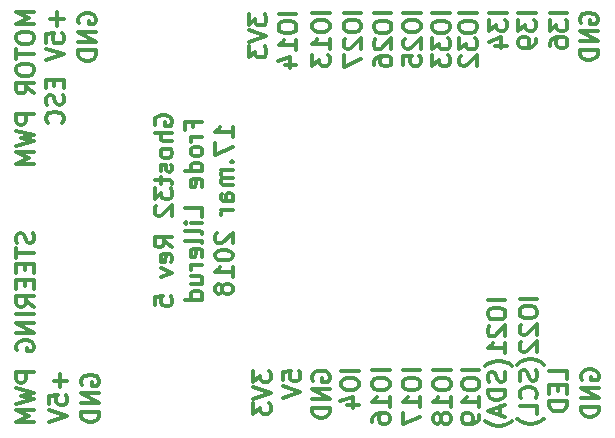
<source format=gbo>
G04 #@! TF.GenerationSoftware,KiCad,Pcbnew,5.0.0-rc2-dev-unknown-9e8bcbe~62~ubuntu16.04.1*
G04 #@! TF.CreationDate,2018-03-17T21:54:01+01:00*
G04 #@! TF.ProjectId,GhostESP32,47686F737445535033322E6B69636164,rev?*
G04 #@! TF.SameCoordinates,Original*
G04 #@! TF.FileFunction,Legend,Bot*
G04 #@! TF.FilePolarity,Positive*
%FSLAX46Y46*%
G04 Gerber Fmt 4.6, Leading zero omitted, Abs format (unit mm)*
G04 Created by KiCad (PCBNEW 5.0.0-rc2-dev-unknown-9e8bcbe~62~ubuntu16.04.1) date Sat Mar 17 21:54:01 2018*
%MOMM*%
%LPD*%
G01*
G04 APERTURE LIST*
%ADD10C,0.300000*%
G04 APERTURE END LIST*
D10*
X154550000Y-86307142D02*
X154478571Y-86164285D01*
X154478571Y-85950000D01*
X154550000Y-85735714D01*
X154692857Y-85592857D01*
X154835714Y-85521428D01*
X155121428Y-85450000D01*
X155335714Y-85450000D01*
X155621428Y-85521428D01*
X155764285Y-85592857D01*
X155907142Y-85735714D01*
X155978571Y-85950000D01*
X155978571Y-86092857D01*
X155907142Y-86307142D01*
X155835714Y-86378571D01*
X155335714Y-86378571D01*
X155335714Y-86092857D01*
X155978571Y-87021428D02*
X154478571Y-87021428D01*
X155978571Y-87878571D01*
X154478571Y-87878571D01*
X155978571Y-88592857D02*
X154478571Y-88592857D01*
X154478571Y-88950000D01*
X154550000Y-89164285D01*
X154692857Y-89307142D01*
X154835714Y-89378571D01*
X155121428Y-89450000D01*
X155335714Y-89450000D01*
X155621428Y-89378571D01*
X155764285Y-89307142D01*
X155907142Y-89164285D01*
X155978571Y-88950000D01*
X155978571Y-88592857D01*
X153428571Y-85471428D02*
X151928571Y-85471428D01*
X151928571Y-86042857D02*
X151928571Y-86971428D01*
X152500000Y-86471428D01*
X152500000Y-86685714D01*
X152571428Y-86828571D01*
X152642857Y-86900000D01*
X152785714Y-86971428D01*
X153142857Y-86971428D01*
X153285714Y-86900000D01*
X153357142Y-86828571D01*
X153428571Y-86685714D01*
X153428571Y-86257142D01*
X153357142Y-86114285D01*
X153285714Y-86042857D01*
X151928571Y-88257142D02*
X151928571Y-87971428D01*
X152000000Y-87828571D01*
X152071428Y-87757142D01*
X152285714Y-87614285D01*
X152571428Y-87542857D01*
X153142857Y-87542857D01*
X153285714Y-87614285D01*
X153357142Y-87685714D01*
X153428571Y-87828571D01*
X153428571Y-88114285D01*
X153357142Y-88257142D01*
X153285714Y-88328571D01*
X153142857Y-88400000D01*
X152785714Y-88400000D01*
X152642857Y-88328571D01*
X152571428Y-88257142D01*
X152500000Y-88114285D01*
X152500000Y-87828571D01*
X152571428Y-87685714D01*
X152642857Y-87614285D01*
X152785714Y-87542857D01*
X150778571Y-85471428D02*
X149278571Y-85471428D01*
X149278571Y-86042857D02*
X149278571Y-86971428D01*
X149850000Y-86471428D01*
X149850000Y-86685714D01*
X149921428Y-86828571D01*
X149992857Y-86900000D01*
X150135714Y-86971428D01*
X150492857Y-86971428D01*
X150635714Y-86900000D01*
X150707142Y-86828571D01*
X150778571Y-86685714D01*
X150778571Y-86257142D01*
X150707142Y-86114285D01*
X150635714Y-86042857D01*
X150778571Y-87685714D02*
X150778571Y-87971428D01*
X150707142Y-88114285D01*
X150635714Y-88185714D01*
X150421428Y-88328571D01*
X150135714Y-88400000D01*
X149564285Y-88400000D01*
X149421428Y-88328571D01*
X149350000Y-88257142D01*
X149278571Y-88114285D01*
X149278571Y-87828571D01*
X149350000Y-87685714D01*
X149421428Y-87614285D01*
X149564285Y-87542857D01*
X149921428Y-87542857D01*
X150064285Y-87614285D01*
X150135714Y-87685714D01*
X150207142Y-87828571D01*
X150207142Y-88114285D01*
X150135714Y-88257142D01*
X150064285Y-88328571D01*
X149921428Y-88400000D01*
X148328571Y-85471428D02*
X146828571Y-85471428D01*
X146828571Y-86042857D02*
X146828571Y-86971428D01*
X147400000Y-86471428D01*
X147400000Y-86685714D01*
X147471428Y-86828571D01*
X147542857Y-86900000D01*
X147685714Y-86971428D01*
X148042857Y-86971428D01*
X148185714Y-86900000D01*
X148257142Y-86828571D01*
X148328571Y-86685714D01*
X148328571Y-86257142D01*
X148257142Y-86114285D01*
X148185714Y-86042857D01*
X147328571Y-88257142D02*
X148328571Y-88257142D01*
X146757142Y-87900000D02*
X147828571Y-87542857D01*
X147828571Y-88471428D01*
X141028571Y-85435714D02*
X139528571Y-85435714D01*
X139528571Y-86435714D02*
X139528571Y-86721428D01*
X139600000Y-86864285D01*
X139742857Y-87007142D01*
X140028571Y-87078571D01*
X140528571Y-87078571D01*
X140814285Y-87007142D01*
X140957142Y-86864285D01*
X141028571Y-86721428D01*
X141028571Y-86435714D01*
X140957142Y-86292857D01*
X140814285Y-86150000D01*
X140528571Y-86078571D01*
X140028571Y-86078571D01*
X139742857Y-86150000D01*
X139600000Y-86292857D01*
X139528571Y-86435714D01*
X139671428Y-87650000D02*
X139600000Y-87721428D01*
X139528571Y-87864285D01*
X139528571Y-88221428D01*
X139600000Y-88364285D01*
X139671428Y-88435714D01*
X139814285Y-88507142D01*
X139957142Y-88507142D01*
X140171428Y-88435714D01*
X141028571Y-87578571D01*
X141028571Y-88507142D01*
X139528571Y-89864285D02*
X139528571Y-89150000D01*
X140242857Y-89078571D01*
X140171428Y-89150000D01*
X140100000Y-89292857D01*
X140100000Y-89650000D01*
X140171428Y-89792857D01*
X140242857Y-89864285D01*
X140385714Y-89935714D01*
X140742857Y-89935714D01*
X140885714Y-89864285D01*
X140957142Y-89792857D01*
X141028571Y-89650000D01*
X141028571Y-89292857D01*
X140957142Y-89150000D01*
X140885714Y-89078571D01*
X130478571Y-85535714D02*
X128978571Y-85535714D01*
X128978571Y-86535714D02*
X128978571Y-86821428D01*
X129050000Y-86964285D01*
X129192857Y-87107142D01*
X129478571Y-87178571D01*
X129978571Y-87178571D01*
X130264285Y-87107142D01*
X130407142Y-86964285D01*
X130478571Y-86821428D01*
X130478571Y-86535714D01*
X130407142Y-86392857D01*
X130264285Y-86250000D01*
X129978571Y-86178571D01*
X129478571Y-86178571D01*
X129192857Y-86250000D01*
X129050000Y-86392857D01*
X128978571Y-86535714D01*
X130478571Y-88607142D02*
X130478571Y-87750000D01*
X130478571Y-88178571D02*
X128978571Y-88178571D01*
X129192857Y-88035714D01*
X129335714Y-87892857D01*
X129407142Y-87750000D01*
X129478571Y-89892857D02*
X130478571Y-89892857D01*
X128907142Y-89535714D02*
X129978571Y-89178571D01*
X129978571Y-90107142D01*
X133328571Y-85435714D02*
X131828571Y-85435714D01*
X131828571Y-86435714D02*
X131828571Y-86721428D01*
X131900000Y-86864285D01*
X132042857Y-87007142D01*
X132328571Y-87078571D01*
X132828571Y-87078571D01*
X133114285Y-87007142D01*
X133257142Y-86864285D01*
X133328571Y-86721428D01*
X133328571Y-86435714D01*
X133257142Y-86292857D01*
X133114285Y-86150000D01*
X132828571Y-86078571D01*
X132328571Y-86078571D01*
X132042857Y-86150000D01*
X131900000Y-86292857D01*
X131828571Y-86435714D01*
X133328571Y-88507142D02*
X133328571Y-87650000D01*
X133328571Y-88078571D02*
X131828571Y-88078571D01*
X132042857Y-87935714D01*
X132185714Y-87792857D01*
X132257142Y-87650000D01*
X131828571Y-89007142D02*
X131828571Y-89935714D01*
X132400000Y-89435714D01*
X132400000Y-89650000D01*
X132471428Y-89792857D01*
X132542857Y-89864285D01*
X132685714Y-89935714D01*
X133042857Y-89935714D01*
X133185714Y-89864285D01*
X133257142Y-89792857D01*
X133328571Y-89650000D01*
X133328571Y-89221428D01*
X133257142Y-89078571D01*
X133185714Y-89007142D01*
X145778571Y-85485714D02*
X144278571Y-85485714D01*
X144278571Y-86485714D02*
X144278571Y-86771428D01*
X144350000Y-86914285D01*
X144492857Y-87057142D01*
X144778571Y-87128571D01*
X145278571Y-87128571D01*
X145564285Y-87057142D01*
X145707142Y-86914285D01*
X145778571Y-86771428D01*
X145778571Y-86485714D01*
X145707142Y-86342857D01*
X145564285Y-86200000D01*
X145278571Y-86128571D01*
X144778571Y-86128571D01*
X144492857Y-86200000D01*
X144350000Y-86342857D01*
X144278571Y-86485714D01*
X144278571Y-87628571D02*
X144278571Y-88557142D01*
X144850000Y-88057142D01*
X144850000Y-88271428D01*
X144921428Y-88414285D01*
X144992857Y-88485714D01*
X145135714Y-88557142D01*
X145492857Y-88557142D01*
X145635714Y-88485714D01*
X145707142Y-88414285D01*
X145778571Y-88271428D01*
X145778571Y-87842857D01*
X145707142Y-87700000D01*
X145635714Y-87628571D01*
X144421428Y-89128571D02*
X144350000Y-89200000D01*
X144278571Y-89342857D01*
X144278571Y-89700000D01*
X144350000Y-89842857D01*
X144421428Y-89914285D01*
X144564285Y-89985714D01*
X144707142Y-89985714D01*
X144921428Y-89914285D01*
X145778571Y-89057142D01*
X145778571Y-89985714D01*
X143478571Y-85485714D02*
X141978571Y-85485714D01*
X141978571Y-86485714D02*
X141978571Y-86771428D01*
X142050000Y-86914285D01*
X142192857Y-87057142D01*
X142478571Y-87128571D01*
X142978571Y-87128571D01*
X143264285Y-87057142D01*
X143407142Y-86914285D01*
X143478571Y-86771428D01*
X143478571Y-86485714D01*
X143407142Y-86342857D01*
X143264285Y-86200000D01*
X142978571Y-86128571D01*
X142478571Y-86128571D01*
X142192857Y-86200000D01*
X142050000Y-86342857D01*
X141978571Y-86485714D01*
X141978571Y-87628571D02*
X141978571Y-88557142D01*
X142550000Y-88057142D01*
X142550000Y-88271428D01*
X142621428Y-88414285D01*
X142692857Y-88485714D01*
X142835714Y-88557142D01*
X143192857Y-88557142D01*
X143335714Y-88485714D01*
X143407142Y-88414285D01*
X143478571Y-88271428D01*
X143478571Y-87842857D01*
X143407142Y-87700000D01*
X143335714Y-87628571D01*
X141978571Y-89057142D02*
X141978571Y-89985714D01*
X142550000Y-89485714D01*
X142550000Y-89700000D01*
X142621428Y-89842857D01*
X142692857Y-89914285D01*
X142835714Y-89985714D01*
X143192857Y-89985714D01*
X143335714Y-89914285D01*
X143407142Y-89842857D01*
X143478571Y-89700000D01*
X143478571Y-89271428D01*
X143407142Y-89128571D01*
X143335714Y-89057142D01*
X138528571Y-85485714D02*
X137028571Y-85485714D01*
X137028571Y-86485714D02*
X137028571Y-86771428D01*
X137100000Y-86914285D01*
X137242857Y-87057142D01*
X137528571Y-87128571D01*
X138028571Y-87128571D01*
X138314285Y-87057142D01*
X138457142Y-86914285D01*
X138528571Y-86771428D01*
X138528571Y-86485714D01*
X138457142Y-86342857D01*
X138314285Y-86200000D01*
X138028571Y-86128571D01*
X137528571Y-86128571D01*
X137242857Y-86200000D01*
X137100000Y-86342857D01*
X137028571Y-86485714D01*
X137171428Y-87700000D02*
X137100000Y-87771428D01*
X137028571Y-87914285D01*
X137028571Y-88271428D01*
X137100000Y-88414285D01*
X137171428Y-88485714D01*
X137314285Y-88557142D01*
X137457142Y-88557142D01*
X137671428Y-88485714D01*
X138528571Y-87628571D01*
X138528571Y-88557142D01*
X137028571Y-89842857D02*
X137028571Y-89557142D01*
X137100000Y-89414285D01*
X137171428Y-89342857D01*
X137385714Y-89200000D01*
X137671428Y-89128571D01*
X138242857Y-89128571D01*
X138385714Y-89200000D01*
X138457142Y-89271428D01*
X138528571Y-89414285D01*
X138528571Y-89700000D01*
X138457142Y-89842857D01*
X138385714Y-89914285D01*
X138242857Y-89985714D01*
X137885714Y-89985714D01*
X137742857Y-89914285D01*
X137671428Y-89842857D01*
X137600000Y-89700000D01*
X137600000Y-89414285D01*
X137671428Y-89271428D01*
X137742857Y-89200000D01*
X137885714Y-89128571D01*
X135978571Y-85435714D02*
X134478571Y-85435714D01*
X134478571Y-86435714D02*
X134478571Y-86721428D01*
X134550000Y-86864285D01*
X134692857Y-87007142D01*
X134978571Y-87078571D01*
X135478571Y-87078571D01*
X135764285Y-87007142D01*
X135907142Y-86864285D01*
X135978571Y-86721428D01*
X135978571Y-86435714D01*
X135907142Y-86292857D01*
X135764285Y-86150000D01*
X135478571Y-86078571D01*
X134978571Y-86078571D01*
X134692857Y-86150000D01*
X134550000Y-86292857D01*
X134478571Y-86435714D01*
X134621428Y-87650000D02*
X134550000Y-87721428D01*
X134478571Y-87864285D01*
X134478571Y-88221428D01*
X134550000Y-88364285D01*
X134621428Y-88435714D01*
X134764285Y-88507142D01*
X134907142Y-88507142D01*
X135121428Y-88435714D01*
X135978571Y-87578571D01*
X135978571Y-88507142D01*
X134478571Y-89007142D02*
X134478571Y-90007142D01*
X135978571Y-89364285D01*
X126428571Y-85592857D02*
X126428571Y-86521428D01*
X127000000Y-86021428D01*
X127000000Y-86235714D01*
X127071428Y-86378571D01*
X127142857Y-86450000D01*
X127285714Y-86521428D01*
X127642857Y-86521428D01*
X127785714Y-86450000D01*
X127857142Y-86378571D01*
X127928571Y-86235714D01*
X127928571Y-85807142D01*
X127857142Y-85664285D01*
X127785714Y-85592857D01*
X126428571Y-86950000D02*
X127928571Y-87450000D01*
X126428571Y-87950000D01*
X126428571Y-88307142D02*
X126428571Y-89235714D01*
X127000000Y-88735714D01*
X127000000Y-88950000D01*
X127071428Y-89092857D01*
X127142857Y-89164285D01*
X127285714Y-89235714D01*
X127642857Y-89235714D01*
X127785714Y-89164285D01*
X127857142Y-89092857D01*
X127928571Y-88950000D01*
X127928571Y-88521428D01*
X127857142Y-88378571D01*
X127785714Y-88307142D01*
X112100000Y-86357142D02*
X112028571Y-86214285D01*
X112028571Y-86000000D01*
X112100000Y-85785714D01*
X112242857Y-85642857D01*
X112385714Y-85571428D01*
X112671428Y-85500000D01*
X112885714Y-85500000D01*
X113171428Y-85571428D01*
X113314285Y-85642857D01*
X113457142Y-85785714D01*
X113528571Y-86000000D01*
X113528571Y-86142857D01*
X113457142Y-86357142D01*
X113385714Y-86428571D01*
X112885714Y-86428571D01*
X112885714Y-86142857D01*
X113528571Y-87071428D02*
X112028571Y-87071428D01*
X113528571Y-87928571D01*
X112028571Y-87928571D01*
X113528571Y-88642857D02*
X112028571Y-88642857D01*
X112028571Y-89000000D01*
X112100000Y-89214285D01*
X112242857Y-89357142D01*
X112385714Y-89428571D01*
X112671428Y-89500000D01*
X112885714Y-89500000D01*
X113171428Y-89428571D01*
X113314285Y-89357142D01*
X113457142Y-89214285D01*
X113528571Y-89000000D01*
X113528571Y-88642857D01*
X110207142Y-85407142D02*
X110207142Y-86550000D01*
X110778571Y-85978571D02*
X109635714Y-85978571D01*
X109278571Y-87978571D02*
X109278571Y-87264285D01*
X109992857Y-87192857D01*
X109921428Y-87264285D01*
X109850000Y-87407142D01*
X109850000Y-87764285D01*
X109921428Y-87907142D01*
X109992857Y-87978571D01*
X110135714Y-88050000D01*
X110492857Y-88050000D01*
X110635714Y-87978571D01*
X110707142Y-87907142D01*
X110778571Y-87764285D01*
X110778571Y-87407142D01*
X110707142Y-87264285D01*
X110635714Y-87192857D01*
X109278571Y-88478571D02*
X110778571Y-88978571D01*
X109278571Y-89478571D01*
X109992857Y-91121428D02*
X109992857Y-91621428D01*
X110778571Y-91835714D02*
X110778571Y-91121428D01*
X109278571Y-91121428D01*
X109278571Y-91835714D01*
X110707142Y-92407142D02*
X110778571Y-92621428D01*
X110778571Y-92978571D01*
X110707142Y-93121428D01*
X110635714Y-93192857D01*
X110492857Y-93264285D01*
X110350000Y-93264285D01*
X110207142Y-93192857D01*
X110135714Y-93121428D01*
X110064285Y-92978571D01*
X109992857Y-92692857D01*
X109921428Y-92550000D01*
X109850000Y-92478571D01*
X109707142Y-92407142D01*
X109564285Y-92407142D01*
X109421428Y-92478571D01*
X109350000Y-92550000D01*
X109278571Y-92692857D01*
X109278571Y-93050000D01*
X109350000Y-93264285D01*
X110635714Y-94764285D02*
X110707142Y-94692857D01*
X110778571Y-94478571D01*
X110778571Y-94335714D01*
X110707142Y-94121428D01*
X110564285Y-93978571D01*
X110421428Y-93907142D01*
X110135714Y-93835714D01*
X109921428Y-93835714D01*
X109635714Y-93907142D01*
X109492857Y-93978571D01*
X109350000Y-94121428D01*
X109278571Y-94335714D01*
X109278571Y-94478571D01*
X109350000Y-94692857D01*
X109421428Y-94764285D01*
X108278571Y-85421428D02*
X106778571Y-85421428D01*
X107850000Y-85921428D01*
X106778571Y-86421428D01*
X108278571Y-86421428D01*
X106778571Y-87421428D02*
X106778571Y-87707142D01*
X106850000Y-87850000D01*
X106992857Y-87992857D01*
X107278571Y-88064285D01*
X107778571Y-88064285D01*
X108064285Y-87992857D01*
X108207142Y-87850000D01*
X108278571Y-87707142D01*
X108278571Y-87421428D01*
X108207142Y-87278571D01*
X108064285Y-87135714D01*
X107778571Y-87064285D01*
X107278571Y-87064285D01*
X106992857Y-87135714D01*
X106850000Y-87278571D01*
X106778571Y-87421428D01*
X106778571Y-88492857D02*
X106778571Y-89350000D01*
X108278571Y-88921428D02*
X106778571Y-88921428D01*
X106778571Y-90135714D02*
X106778571Y-90421428D01*
X106850000Y-90564285D01*
X106992857Y-90707142D01*
X107278571Y-90778571D01*
X107778571Y-90778571D01*
X108064285Y-90707142D01*
X108207142Y-90564285D01*
X108278571Y-90421428D01*
X108278571Y-90135714D01*
X108207142Y-89992857D01*
X108064285Y-89850000D01*
X107778571Y-89778571D01*
X107278571Y-89778571D01*
X106992857Y-89850000D01*
X106850000Y-89992857D01*
X106778571Y-90135714D01*
X108278571Y-92278571D02*
X107564285Y-91778571D01*
X108278571Y-91421428D02*
X106778571Y-91421428D01*
X106778571Y-91992857D01*
X106850000Y-92135714D01*
X106921428Y-92207142D01*
X107064285Y-92278571D01*
X107278571Y-92278571D01*
X107421428Y-92207142D01*
X107492857Y-92135714D01*
X107564285Y-91992857D01*
X107564285Y-91421428D01*
X108278571Y-94064285D02*
X106778571Y-94064285D01*
X106778571Y-94635714D01*
X106850000Y-94778571D01*
X106921428Y-94850000D01*
X107064285Y-94921428D01*
X107278571Y-94921428D01*
X107421428Y-94850000D01*
X107492857Y-94778571D01*
X107564285Y-94635714D01*
X107564285Y-94064285D01*
X106778571Y-95421428D02*
X108278571Y-95778571D01*
X107207142Y-96064285D01*
X108278571Y-96350000D01*
X106778571Y-96707142D01*
X108278571Y-97278571D02*
X106778571Y-97278571D01*
X107850000Y-97778571D01*
X106778571Y-98278571D01*
X108278571Y-98278571D01*
X108207142Y-104114285D02*
X108278571Y-104328571D01*
X108278571Y-104685714D01*
X108207142Y-104828571D01*
X108135714Y-104900000D01*
X107992857Y-104971428D01*
X107850000Y-104971428D01*
X107707142Y-104900000D01*
X107635714Y-104828571D01*
X107564285Y-104685714D01*
X107492857Y-104400000D01*
X107421428Y-104257142D01*
X107350000Y-104185714D01*
X107207142Y-104114285D01*
X107064285Y-104114285D01*
X106921428Y-104185714D01*
X106850000Y-104257142D01*
X106778571Y-104400000D01*
X106778571Y-104757142D01*
X106850000Y-104971428D01*
X106778571Y-105400000D02*
X106778571Y-106257142D01*
X108278571Y-105828571D02*
X106778571Y-105828571D01*
X107492857Y-106757142D02*
X107492857Y-107257142D01*
X108278571Y-107471428D02*
X108278571Y-106757142D01*
X106778571Y-106757142D01*
X106778571Y-107471428D01*
X107492857Y-108114285D02*
X107492857Y-108614285D01*
X108278571Y-108828571D02*
X108278571Y-108114285D01*
X106778571Y-108114285D01*
X106778571Y-108828571D01*
X108278571Y-110328571D02*
X107564285Y-109828571D01*
X108278571Y-109471428D02*
X106778571Y-109471428D01*
X106778571Y-110042857D01*
X106850000Y-110185714D01*
X106921428Y-110257142D01*
X107064285Y-110328571D01*
X107278571Y-110328571D01*
X107421428Y-110257142D01*
X107492857Y-110185714D01*
X107564285Y-110042857D01*
X107564285Y-109471428D01*
X108278571Y-110971428D02*
X106778571Y-110971428D01*
X108278571Y-111685714D02*
X106778571Y-111685714D01*
X108278571Y-112542857D01*
X106778571Y-112542857D01*
X106850000Y-114042857D02*
X106778571Y-113900000D01*
X106778571Y-113685714D01*
X106850000Y-113471428D01*
X106992857Y-113328571D01*
X107135714Y-113257142D01*
X107421428Y-113185714D01*
X107635714Y-113185714D01*
X107921428Y-113257142D01*
X108064285Y-113328571D01*
X108207142Y-113471428D01*
X108278571Y-113685714D01*
X108278571Y-113828571D01*
X108207142Y-114042857D01*
X108135714Y-114114285D01*
X107635714Y-114114285D01*
X107635714Y-113828571D01*
X108278571Y-115900000D02*
X106778571Y-115900000D01*
X106778571Y-116471428D01*
X106850000Y-116614285D01*
X106921428Y-116685714D01*
X107064285Y-116757142D01*
X107278571Y-116757142D01*
X107421428Y-116685714D01*
X107492857Y-116614285D01*
X107564285Y-116471428D01*
X107564285Y-115900000D01*
X106778571Y-117257142D02*
X108278571Y-117614285D01*
X107207142Y-117900000D01*
X108278571Y-118185714D01*
X106778571Y-118542857D01*
X108278571Y-119114285D02*
X106778571Y-119114285D01*
X107850000Y-119614285D01*
X106778571Y-120114285D01*
X108278571Y-120114285D01*
X110507142Y-116021428D02*
X110507142Y-117164285D01*
X111078571Y-116592857D02*
X109935714Y-116592857D01*
X109578571Y-118592857D02*
X109578571Y-117878571D01*
X110292857Y-117807142D01*
X110221428Y-117878571D01*
X110150000Y-118021428D01*
X110150000Y-118378571D01*
X110221428Y-118521428D01*
X110292857Y-118592857D01*
X110435714Y-118664285D01*
X110792857Y-118664285D01*
X110935714Y-118592857D01*
X111007142Y-118521428D01*
X111078571Y-118378571D01*
X111078571Y-118021428D01*
X111007142Y-117878571D01*
X110935714Y-117807142D01*
X109578571Y-119092857D02*
X111078571Y-119592857D01*
X109578571Y-120092857D01*
X112350000Y-116957142D02*
X112278571Y-116814285D01*
X112278571Y-116600000D01*
X112350000Y-116385714D01*
X112492857Y-116242857D01*
X112635714Y-116171428D01*
X112921428Y-116100000D01*
X113135714Y-116100000D01*
X113421428Y-116171428D01*
X113564285Y-116242857D01*
X113707142Y-116385714D01*
X113778571Y-116600000D01*
X113778571Y-116742857D01*
X113707142Y-116957142D01*
X113635714Y-117028571D01*
X113135714Y-117028571D01*
X113135714Y-116742857D01*
X113778571Y-117671428D02*
X112278571Y-117671428D01*
X113778571Y-118528571D01*
X112278571Y-118528571D01*
X113778571Y-119242857D02*
X112278571Y-119242857D01*
X112278571Y-119600000D01*
X112350000Y-119814285D01*
X112492857Y-119957142D01*
X112635714Y-120028571D01*
X112921428Y-120100000D01*
X113135714Y-120100000D01*
X113421428Y-120028571D01*
X113564285Y-119957142D01*
X113707142Y-119814285D01*
X113778571Y-119600000D01*
X113778571Y-119242857D01*
X154650000Y-116507142D02*
X154578571Y-116364285D01*
X154578571Y-116150000D01*
X154650000Y-115935714D01*
X154792857Y-115792857D01*
X154935714Y-115721428D01*
X155221428Y-115650000D01*
X155435714Y-115650000D01*
X155721428Y-115721428D01*
X155864285Y-115792857D01*
X156007142Y-115935714D01*
X156078571Y-116150000D01*
X156078571Y-116292857D01*
X156007142Y-116507142D01*
X155935714Y-116578571D01*
X155435714Y-116578571D01*
X155435714Y-116292857D01*
X156078571Y-117221428D02*
X154578571Y-117221428D01*
X156078571Y-118078571D01*
X154578571Y-118078571D01*
X156078571Y-118792857D02*
X154578571Y-118792857D01*
X154578571Y-119150000D01*
X154650000Y-119364285D01*
X154792857Y-119507142D01*
X154935714Y-119578571D01*
X155221428Y-119650000D01*
X155435714Y-119650000D01*
X155721428Y-119578571D01*
X155864285Y-119507142D01*
X156007142Y-119364285D01*
X156078571Y-119150000D01*
X156078571Y-118792857D01*
X153378571Y-116485714D02*
X153378571Y-115771428D01*
X151878571Y-115771428D01*
X152592857Y-116985714D02*
X152592857Y-117485714D01*
X153378571Y-117700000D02*
X153378571Y-116985714D01*
X151878571Y-116985714D01*
X151878571Y-117700000D01*
X153378571Y-118342857D02*
X151878571Y-118342857D01*
X151878571Y-118700000D01*
X151950000Y-118914285D01*
X152092857Y-119057142D01*
X152235714Y-119128571D01*
X152521428Y-119200000D01*
X152735714Y-119200000D01*
X153021428Y-119128571D01*
X153164285Y-119057142D01*
X153307142Y-118914285D01*
X153378571Y-118700000D01*
X153378571Y-118342857D01*
X150878571Y-109664285D02*
X149378571Y-109664285D01*
X149378571Y-110664285D02*
X149378571Y-110950000D01*
X149450000Y-111092857D01*
X149592857Y-111235714D01*
X149878571Y-111307142D01*
X150378571Y-111307142D01*
X150664285Y-111235714D01*
X150807142Y-111092857D01*
X150878571Y-110950000D01*
X150878571Y-110664285D01*
X150807142Y-110521428D01*
X150664285Y-110378571D01*
X150378571Y-110307142D01*
X149878571Y-110307142D01*
X149592857Y-110378571D01*
X149450000Y-110521428D01*
X149378571Y-110664285D01*
X149521428Y-111878571D02*
X149450000Y-111950000D01*
X149378571Y-112092857D01*
X149378571Y-112450000D01*
X149450000Y-112592857D01*
X149521428Y-112664285D01*
X149664285Y-112735714D01*
X149807142Y-112735714D01*
X150021428Y-112664285D01*
X150878571Y-111807142D01*
X150878571Y-112735714D01*
X149521428Y-113307142D02*
X149450000Y-113378571D01*
X149378571Y-113521428D01*
X149378571Y-113878571D01*
X149450000Y-114021428D01*
X149521428Y-114092857D01*
X149664285Y-114164285D01*
X149807142Y-114164285D01*
X150021428Y-114092857D01*
X150878571Y-113235714D01*
X150878571Y-114164285D01*
X151450000Y-115235714D02*
X151378571Y-115164285D01*
X151164285Y-115021428D01*
X151021428Y-114950000D01*
X150807142Y-114878571D01*
X150450000Y-114807142D01*
X150164285Y-114807142D01*
X149807142Y-114878571D01*
X149592857Y-114950000D01*
X149450000Y-115021428D01*
X149235714Y-115164285D01*
X149164285Y-115235714D01*
X150807142Y-115735714D02*
X150878571Y-115950000D01*
X150878571Y-116307142D01*
X150807142Y-116450000D01*
X150735714Y-116521428D01*
X150592857Y-116592857D01*
X150450000Y-116592857D01*
X150307142Y-116521428D01*
X150235714Y-116450000D01*
X150164285Y-116307142D01*
X150092857Y-116021428D01*
X150021428Y-115878571D01*
X149950000Y-115807142D01*
X149807142Y-115735714D01*
X149664285Y-115735714D01*
X149521428Y-115807142D01*
X149450000Y-115878571D01*
X149378571Y-116021428D01*
X149378571Y-116378571D01*
X149450000Y-116592857D01*
X150735714Y-118092857D02*
X150807142Y-118021428D01*
X150878571Y-117807142D01*
X150878571Y-117664285D01*
X150807142Y-117450000D01*
X150664285Y-117307142D01*
X150521428Y-117235714D01*
X150235714Y-117164285D01*
X150021428Y-117164285D01*
X149735714Y-117235714D01*
X149592857Y-117307142D01*
X149450000Y-117450000D01*
X149378571Y-117664285D01*
X149378571Y-117807142D01*
X149450000Y-118021428D01*
X149521428Y-118092857D01*
X150878571Y-119450000D02*
X150878571Y-118735714D01*
X149378571Y-118735714D01*
X151450000Y-119807142D02*
X151378571Y-119878571D01*
X151164285Y-120021428D01*
X151021428Y-120092857D01*
X150807142Y-120164285D01*
X150450000Y-120235714D01*
X150164285Y-120235714D01*
X149807142Y-120164285D01*
X149592857Y-120092857D01*
X149450000Y-120021428D01*
X149235714Y-119878571D01*
X149164285Y-119807142D01*
X148178571Y-109778571D02*
X146678571Y-109778571D01*
X146678571Y-110778571D02*
X146678571Y-111064285D01*
X146750000Y-111207142D01*
X146892857Y-111350000D01*
X147178571Y-111421428D01*
X147678571Y-111421428D01*
X147964285Y-111350000D01*
X148107142Y-111207142D01*
X148178571Y-111064285D01*
X148178571Y-110778571D01*
X148107142Y-110635714D01*
X147964285Y-110492857D01*
X147678571Y-110421428D01*
X147178571Y-110421428D01*
X146892857Y-110492857D01*
X146750000Y-110635714D01*
X146678571Y-110778571D01*
X146821428Y-111992857D02*
X146750000Y-112064285D01*
X146678571Y-112207142D01*
X146678571Y-112564285D01*
X146750000Y-112707142D01*
X146821428Y-112778571D01*
X146964285Y-112850000D01*
X147107142Y-112850000D01*
X147321428Y-112778571D01*
X148178571Y-111921428D01*
X148178571Y-112850000D01*
X148178571Y-114278571D02*
X148178571Y-113421428D01*
X148178571Y-113850000D02*
X146678571Y-113850000D01*
X146892857Y-113707142D01*
X147035714Y-113564285D01*
X147107142Y-113421428D01*
X148750000Y-115350000D02*
X148678571Y-115278571D01*
X148464285Y-115135714D01*
X148321428Y-115064285D01*
X148107142Y-114992857D01*
X147750000Y-114921428D01*
X147464285Y-114921428D01*
X147107142Y-114992857D01*
X146892857Y-115064285D01*
X146750000Y-115135714D01*
X146535714Y-115278571D01*
X146464285Y-115350000D01*
X148107142Y-115850000D02*
X148178571Y-116064285D01*
X148178571Y-116421428D01*
X148107142Y-116564285D01*
X148035714Y-116635714D01*
X147892857Y-116707142D01*
X147750000Y-116707142D01*
X147607142Y-116635714D01*
X147535714Y-116564285D01*
X147464285Y-116421428D01*
X147392857Y-116135714D01*
X147321428Y-115992857D01*
X147250000Y-115921428D01*
X147107142Y-115850000D01*
X146964285Y-115850000D01*
X146821428Y-115921428D01*
X146750000Y-115992857D01*
X146678571Y-116135714D01*
X146678571Y-116492857D01*
X146750000Y-116707142D01*
X148178571Y-117350000D02*
X146678571Y-117350000D01*
X146678571Y-117707142D01*
X146750000Y-117921428D01*
X146892857Y-118064285D01*
X147035714Y-118135714D01*
X147321428Y-118207142D01*
X147535714Y-118207142D01*
X147821428Y-118135714D01*
X147964285Y-118064285D01*
X148107142Y-117921428D01*
X148178571Y-117707142D01*
X148178571Y-117350000D01*
X147750000Y-118778571D02*
X147750000Y-119492857D01*
X148178571Y-118635714D02*
X146678571Y-119135714D01*
X148178571Y-119635714D01*
X148750000Y-119992857D02*
X148678571Y-120064285D01*
X148464285Y-120207142D01*
X148321428Y-120278571D01*
X148107142Y-120350000D01*
X147750000Y-120421428D01*
X147464285Y-120421428D01*
X147107142Y-120350000D01*
X146892857Y-120278571D01*
X146750000Y-120207142D01*
X146535714Y-120064285D01*
X146464285Y-119992857D01*
X145978571Y-115735714D02*
X144478571Y-115735714D01*
X144478571Y-116735714D02*
X144478571Y-117021428D01*
X144550000Y-117164285D01*
X144692857Y-117307142D01*
X144978571Y-117378571D01*
X145478571Y-117378571D01*
X145764285Y-117307142D01*
X145907142Y-117164285D01*
X145978571Y-117021428D01*
X145978571Y-116735714D01*
X145907142Y-116592857D01*
X145764285Y-116450000D01*
X145478571Y-116378571D01*
X144978571Y-116378571D01*
X144692857Y-116450000D01*
X144550000Y-116592857D01*
X144478571Y-116735714D01*
X145978571Y-118807142D02*
X145978571Y-117950000D01*
X145978571Y-118378571D02*
X144478571Y-118378571D01*
X144692857Y-118235714D01*
X144835714Y-118092857D01*
X144907142Y-117950000D01*
X145978571Y-119521428D02*
X145978571Y-119807142D01*
X145907142Y-119950000D01*
X145835714Y-120021428D01*
X145621428Y-120164285D01*
X145335714Y-120235714D01*
X144764285Y-120235714D01*
X144621428Y-120164285D01*
X144550000Y-120092857D01*
X144478571Y-119950000D01*
X144478571Y-119664285D01*
X144550000Y-119521428D01*
X144621428Y-119450000D01*
X144764285Y-119378571D01*
X145121428Y-119378571D01*
X145264285Y-119450000D01*
X145335714Y-119521428D01*
X145407142Y-119664285D01*
X145407142Y-119950000D01*
X145335714Y-120092857D01*
X145264285Y-120164285D01*
X145121428Y-120235714D01*
X143578571Y-115735714D02*
X142078571Y-115735714D01*
X142078571Y-116735714D02*
X142078571Y-117021428D01*
X142150000Y-117164285D01*
X142292857Y-117307142D01*
X142578571Y-117378571D01*
X143078571Y-117378571D01*
X143364285Y-117307142D01*
X143507142Y-117164285D01*
X143578571Y-117021428D01*
X143578571Y-116735714D01*
X143507142Y-116592857D01*
X143364285Y-116450000D01*
X143078571Y-116378571D01*
X142578571Y-116378571D01*
X142292857Y-116450000D01*
X142150000Y-116592857D01*
X142078571Y-116735714D01*
X143578571Y-118807142D02*
X143578571Y-117950000D01*
X143578571Y-118378571D02*
X142078571Y-118378571D01*
X142292857Y-118235714D01*
X142435714Y-118092857D01*
X142507142Y-117950000D01*
X142721428Y-119664285D02*
X142650000Y-119521428D01*
X142578571Y-119450000D01*
X142435714Y-119378571D01*
X142364285Y-119378571D01*
X142221428Y-119450000D01*
X142150000Y-119521428D01*
X142078571Y-119664285D01*
X142078571Y-119950000D01*
X142150000Y-120092857D01*
X142221428Y-120164285D01*
X142364285Y-120235714D01*
X142435714Y-120235714D01*
X142578571Y-120164285D01*
X142650000Y-120092857D01*
X142721428Y-119950000D01*
X142721428Y-119664285D01*
X142792857Y-119521428D01*
X142864285Y-119450000D01*
X143007142Y-119378571D01*
X143292857Y-119378571D01*
X143435714Y-119450000D01*
X143507142Y-119521428D01*
X143578571Y-119664285D01*
X143578571Y-119950000D01*
X143507142Y-120092857D01*
X143435714Y-120164285D01*
X143292857Y-120235714D01*
X143007142Y-120235714D01*
X142864285Y-120164285D01*
X142792857Y-120092857D01*
X142721428Y-119950000D01*
X140978571Y-115735714D02*
X139478571Y-115735714D01*
X139478571Y-116735714D02*
X139478571Y-117021428D01*
X139550000Y-117164285D01*
X139692857Y-117307142D01*
X139978571Y-117378571D01*
X140478571Y-117378571D01*
X140764285Y-117307142D01*
X140907142Y-117164285D01*
X140978571Y-117021428D01*
X140978571Y-116735714D01*
X140907142Y-116592857D01*
X140764285Y-116450000D01*
X140478571Y-116378571D01*
X139978571Y-116378571D01*
X139692857Y-116450000D01*
X139550000Y-116592857D01*
X139478571Y-116735714D01*
X140978571Y-118807142D02*
X140978571Y-117950000D01*
X140978571Y-118378571D02*
X139478571Y-118378571D01*
X139692857Y-118235714D01*
X139835714Y-118092857D01*
X139907142Y-117950000D01*
X139478571Y-119307142D02*
X139478571Y-120307142D01*
X140978571Y-119664285D01*
X138378571Y-115735714D02*
X136878571Y-115735714D01*
X136878571Y-116735714D02*
X136878571Y-117021428D01*
X136950000Y-117164285D01*
X137092857Y-117307142D01*
X137378571Y-117378571D01*
X137878571Y-117378571D01*
X138164285Y-117307142D01*
X138307142Y-117164285D01*
X138378571Y-117021428D01*
X138378571Y-116735714D01*
X138307142Y-116592857D01*
X138164285Y-116450000D01*
X137878571Y-116378571D01*
X137378571Y-116378571D01*
X137092857Y-116450000D01*
X136950000Y-116592857D01*
X136878571Y-116735714D01*
X138378571Y-118807142D02*
X138378571Y-117950000D01*
X138378571Y-118378571D02*
X136878571Y-118378571D01*
X137092857Y-118235714D01*
X137235714Y-118092857D01*
X137307142Y-117950000D01*
X136878571Y-120092857D02*
X136878571Y-119807142D01*
X136950000Y-119664285D01*
X137021428Y-119592857D01*
X137235714Y-119450000D01*
X137521428Y-119378571D01*
X138092857Y-119378571D01*
X138235714Y-119450000D01*
X138307142Y-119521428D01*
X138378571Y-119664285D01*
X138378571Y-119950000D01*
X138307142Y-120092857D01*
X138235714Y-120164285D01*
X138092857Y-120235714D01*
X137735714Y-120235714D01*
X137592857Y-120164285D01*
X137521428Y-120092857D01*
X137450000Y-119950000D01*
X137450000Y-119664285D01*
X137521428Y-119521428D01*
X137592857Y-119450000D01*
X137735714Y-119378571D01*
X135778571Y-115750000D02*
X134278571Y-115750000D01*
X134278571Y-116750000D02*
X134278571Y-117035714D01*
X134350000Y-117178571D01*
X134492857Y-117321428D01*
X134778571Y-117392857D01*
X135278571Y-117392857D01*
X135564285Y-117321428D01*
X135707142Y-117178571D01*
X135778571Y-117035714D01*
X135778571Y-116750000D01*
X135707142Y-116607142D01*
X135564285Y-116464285D01*
X135278571Y-116392857D01*
X134778571Y-116392857D01*
X134492857Y-116464285D01*
X134350000Y-116607142D01*
X134278571Y-116750000D01*
X134778571Y-118678571D02*
X135778571Y-118678571D01*
X134207142Y-118321428D02*
X135278571Y-117964285D01*
X135278571Y-118892857D01*
X131900000Y-116607142D02*
X131828571Y-116464285D01*
X131828571Y-116250000D01*
X131900000Y-116035714D01*
X132042857Y-115892857D01*
X132185714Y-115821428D01*
X132471428Y-115750000D01*
X132685714Y-115750000D01*
X132971428Y-115821428D01*
X133114285Y-115892857D01*
X133257142Y-116035714D01*
X133328571Y-116250000D01*
X133328571Y-116392857D01*
X133257142Y-116607142D01*
X133185714Y-116678571D01*
X132685714Y-116678571D01*
X132685714Y-116392857D01*
X133328571Y-117321428D02*
X131828571Y-117321428D01*
X133328571Y-118178571D01*
X131828571Y-118178571D01*
X133328571Y-118892857D02*
X131828571Y-118892857D01*
X131828571Y-119250000D01*
X131900000Y-119464285D01*
X132042857Y-119607142D01*
X132185714Y-119678571D01*
X132471428Y-119750000D01*
X132685714Y-119750000D01*
X132971428Y-119678571D01*
X133114285Y-119607142D01*
X133257142Y-119464285D01*
X133328571Y-119250000D01*
X133328571Y-118892857D01*
X129328571Y-116564285D02*
X129328571Y-115850000D01*
X130042857Y-115778571D01*
X129971428Y-115850000D01*
X129900000Y-115992857D01*
X129900000Y-116350000D01*
X129971428Y-116492857D01*
X130042857Y-116564285D01*
X130185714Y-116635714D01*
X130542857Y-116635714D01*
X130685714Y-116564285D01*
X130757142Y-116492857D01*
X130828571Y-116350000D01*
X130828571Y-115992857D01*
X130757142Y-115850000D01*
X130685714Y-115778571D01*
X129328571Y-117064285D02*
X130828571Y-117564285D01*
X129328571Y-118064285D01*
X126828571Y-115792857D02*
X126828571Y-116721428D01*
X127400000Y-116221428D01*
X127400000Y-116435714D01*
X127471428Y-116578571D01*
X127542857Y-116650000D01*
X127685714Y-116721428D01*
X128042857Y-116721428D01*
X128185714Y-116650000D01*
X128257142Y-116578571D01*
X128328571Y-116435714D01*
X128328571Y-116007142D01*
X128257142Y-115864285D01*
X128185714Y-115792857D01*
X126828571Y-117150000D02*
X128328571Y-117650000D01*
X126828571Y-118150000D01*
X126828571Y-118507142D02*
X126828571Y-119435714D01*
X127400000Y-118935714D01*
X127400000Y-119150000D01*
X127471428Y-119292857D01*
X127542857Y-119364285D01*
X127685714Y-119435714D01*
X128042857Y-119435714D01*
X128185714Y-119364285D01*
X128257142Y-119292857D01*
X128328571Y-119150000D01*
X128328571Y-118721428D01*
X128257142Y-118578571D01*
X128185714Y-118507142D01*
X118550000Y-94950000D02*
X118478571Y-94807142D01*
X118478571Y-94592857D01*
X118550000Y-94378571D01*
X118692857Y-94235714D01*
X118835714Y-94164285D01*
X119121428Y-94092857D01*
X119335714Y-94092857D01*
X119621428Y-94164285D01*
X119764285Y-94235714D01*
X119907142Y-94378571D01*
X119978571Y-94592857D01*
X119978571Y-94735714D01*
X119907142Y-94950000D01*
X119835714Y-95021428D01*
X119335714Y-95021428D01*
X119335714Y-94735714D01*
X119978571Y-95664285D02*
X118478571Y-95664285D01*
X119978571Y-96307142D02*
X119192857Y-96307142D01*
X119050000Y-96235714D01*
X118978571Y-96092857D01*
X118978571Y-95878571D01*
X119050000Y-95735714D01*
X119121428Y-95664285D01*
X119978571Y-97235714D02*
X119907142Y-97092857D01*
X119835714Y-97021428D01*
X119692857Y-96950000D01*
X119264285Y-96950000D01*
X119121428Y-97021428D01*
X119050000Y-97092857D01*
X118978571Y-97235714D01*
X118978571Y-97450000D01*
X119050000Y-97592857D01*
X119121428Y-97664285D01*
X119264285Y-97735714D01*
X119692857Y-97735714D01*
X119835714Y-97664285D01*
X119907142Y-97592857D01*
X119978571Y-97450000D01*
X119978571Y-97235714D01*
X119907142Y-98307142D02*
X119978571Y-98450000D01*
X119978571Y-98735714D01*
X119907142Y-98878571D01*
X119764285Y-98950000D01*
X119692857Y-98950000D01*
X119550000Y-98878571D01*
X119478571Y-98735714D01*
X119478571Y-98521428D01*
X119407142Y-98378571D01*
X119264285Y-98307142D01*
X119192857Y-98307142D01*
X119050000Y-98378571D01*
X118978571Y-98521428D01*
X118978571Y-98735714D01*
X119050000Y-98878571D01*
X118978571Y-99378571D02*
X118978571Y-99950000D01*
X118478571Y-99592857D02*
X119764285Y-99592857D01*
X119907142Y-99664285D01*
X119978571Y-99807142D01*
X119978571Y-99950000D01*
X118478571Y-100307142D02*
X118478571Y-101235714D01*
X119050000Y-100735714D01*
X119050000Y-100949999D01*
X119121428Y-101092857D01*
X119192857Y-101164285D01*
X119335714Y-101235714D01*
X119692857Y-101235714D01*
X119835714Y-101164285D01*
X119907142Y-101092857D01*
X119978571Y-100949999D01*
X119978571Y-100521428D01*
X119907142Y-100378571D01*
X119835714Y-100307142D01*
X118621428Y-101807142D02*
X118550000Y-101878571D01*
X118478571Y-102021428D01*
X118478571Y-102378571D01*
X118550000Y-102521428D01*
X118621428Y-102592857D01*
X118764285Y-102664285D01*
X118907142Y-102664285D01*
X119121428Y-102592857D01*
X119978571Y-101735714D01*
X119978571Y-102664285D01*
X119978571Y-105307142D02*
X119264285Y-104807142D01*
X119978571Y-104449999D02*
X118478571Y-104449999D01*
X118478571Y-105021428D01*
X118550000Y-105164285D01*
X118621428Y-105235714D01*
X118764285Y-105307142D01*
X118978571Y-105307142D01*
X119121428Y-105235714D01*
X119192857Y-105164285D01*
X119264285Y-105021428D01*
X119264285Y-104449999D01*
X119907142Y-106521428D02*
X119978571Y-106378571D01*
X119978571Y-106092857D01*
X119907142Y-105949999D01*
X119764285Y-105878571D01*
X119192857Y-105878571D01*
X119050000Y-105949999D01*
X118978571Y-106092857D01*
X118978571Y-106378571D01*
X119050000Y-106521428D01*
X119192857Y-106592857D01*
X119335714Y-106592857D01*
X119478571Y-105878571D01*
X118978571Y-107092857D02*
X119978571Y-107449999D01*
X118978571Y-107807142D01*
X118478571Y-110235714D02*
X118478571Y-109521428D01*
X119192857Y-109449999D01*
X119121428Y-109521428D01*
X119050000Y-109664285D01*
X119050000Y-110021428D01*
X119121428Y-110164285D01*
X119192857Y-110235714D01*
X119335714Y-110307142D01*
X119692857Y-110307142D01*
X119835714Y-110235714D01*
X119907142Y-110164285D01*
X119978571Y-110021428D01*
X119978571Y-109664285D01*
X119907142Y-109521428D01*
X119835714Y-109449999D01*
X121742857Y-95164285D02*
X121742857Y-94664285D01*
X122528571Y-94664285D02*
X121028571Y-94664285D01*
X121028571Y-95378571D01*
X122528571Y-95950000D02*
X121528571Y-95950000D01*
X121814285Y-95950000D02*
X121671428Y-96021428D01*
X121600000Y-96092857D01*
X121528571Y-96235714D01*
X121528571Y-96378571D01*
X122528571Y-97092857D02*
X122457142Y-96950000D01*
X122385714Y-96878571D01*
X122242857Y-96807142D01*
X121814285Y-96807142D01*
X121671428Y-96878571D01*
X121600000Y-96950000D01*
X121528571Y-97092857D01*
X121528571Y-97307142D01*
X121600000Y-97450000D01*
X121671428Y-97521428D01*
X121814285Y-97592857D01*
X122242857Y-97592857D01*
X122385714Y-97521428D01*
X122457142Y-97450000D01*
X122528571Y-97307142D01*
X122528571Y-97092857D01*
X122528571Y-98878571D02*
X121028571Y-98878571D01*
X122457142Y-98878571D02*
X122528571Y-98735714D01*
X122528571Y-98450000D01*
X122457142Y-98307142D01*
X122385714Y-98235714D01*
X122242857Y-98164285D01*
X121814285Y-98164285D01*
X121671428Y-98235714D01*
X121600000Y-98307142D01*
X121528571Y-98450000D01*
X121528571Y-98735714D01*
X121600000Y-98878571D01*
X122457142Y-100164285D02*
X122528571Y-100021428D01*
X122528571Y-99735714D01*
X122457142Y-99592857D01*
X122314285Y-99521428D01*
X121742857Y-99521428D01*
X121600000Y-99592857D01*
X121528571Y-99735714D01*
X121528571Y-100021428D01*
X121600000Y-100164285D01*
X121742857Y-100235714D01*
X121885714Y-100235714D01*
X122028571Y-99521428D01*
X122528571Y-102735714D02*
X122528571Y-102021428D01*
X121028571Y-102021428D01*
X122528571Y-103235714D02*
X121528571Y-103235714D01*
X121028571Y-103235714D02*
X121100000Y-103164285D01*
X121171428Y-103235714D01*
X121100000Y-103307142D01*
X121028571Y-103235714D01*
X121171428Y-103235714D01*
X122528571Y-104164285D02*
X122457142Y-104021428D01*
X122314285Y-103950000D01*
X121028571Y-103950000D01*
X122528571Y-104950000D02*
X122457142Y-104807142D01*
X122314285Y-104735714D01*
X121028571Y-104735714D01*
X122457142Y-106092857D02*
X122528571Y-105950000D01*
X122528571Y-105664285D01*
X122457142Y-105521428D01*
X122314285Y-105450000D01*
X121742857Y-105450000D01*
X121600000Y-105521428D01*
X121528571Y-105664285D01*
X121528571Y-105950000D01*
X121600000Y-106092857D01*
X121742857Y-106164285D01*
X121885714Y-106164285D01*
X122028571Y-105450000D01*
X122528571Y-106807142D02*
X121528571Y-106807142D01*
X121814285Y-106807142D02*
X121671428Y-106878571D01*
X121600000Y-106950000D01*
X121528571Y-107092857D01*
X121528571Y-107235714D01*
X121528571Y-108378571D02*
X122528571Y-108378571D01*
X121528571Y-107735714D02*
X122314285Y-107735714D01*
X122457142Y-107807142D01*
X122528571Y-107950000D01*
X122528571Y-108164285D01*
X122457142Y-108307142D01*
X122385714Y-108378571D01*
X122528571Y-109735714D02*
X121028571Y-109735714D01*
X122457142Y-109735714D02*
X122528571Y-109592857D01*
X122528571Y-109307142D01*
X122457142Y-109164285D01*
X122385714Y-109092857D01*
X122242857Y-109021428D01*
X121814285Y-109021428D01*
X121671428Y-109092857D01*
X121600000Y-109164285D01*
X121528571Y-109307142D01*
X121528571Y-109592857D01*
X121600000Y-109735714D01*
X125078571Y-95985714D02*
X125078571Y-95128571D01*
X125078571Y-95557142D02*
X123578571Y-95557142D01*
X123792857Y-95414285D01*
X123935714Y-95271428D01*
X124007142Y-95128571D01*
X123578571Y-96485714D02*
X123578571Y-97485714D01*
X125078571Y-96842857D01*
X124935714Y-98057142D02*
X125007142Y-98128571D01*
X125078571Y-98057142D01*
X125007142Y-97985714D01*
X124935714Y-98057142D01*
X125078571Y-98057142D01*
X125078571Y-98771428D02*
X124078571Y-98771428D01*
X124221428Y-98771428D02*
X124150000Y-98842857D01*
X124078571Y-98985714D01*
X124078571Y-99200000D01*
X124150000Y-99342857D01*
X124292857Y-99414285D01*
X125078571Y-99414285D01*
X124292857Y-99414285D02*
X124150000Y-99485714D01*
X124078571Y-99628571D01*
X124078571Y-99842857D01*
X124150000Y-99985714D01*
X124292857Y-100057142D01*
X125078571Y-100057142D01*
X125078571Y-101414285D02*
X124292857Y-101414285D01*
X124150000Y-101342857D01*
X124078571Y-101200000D01*
X124078571Y-100914285D01*
X124150000Y-100771428D01*
X125007142Y-101414285D02*
X125078571Y-101271428D01*
X125078571Y-100914285D01*
X125007142Y-100771428D01*
X124864285Y-100700000D01*
X124721428Y-100700000D01*
X124578571Y-100771428D01*
X124507142Y-100914285D01*
X124507142Y-101271428D01*
X124435714Y-101414285D01*
X125078571Y-102128571D02*
X124078571Y-102128571D01*
X124364285Y-102128571D02*
X124221428Y-102200000D01*
X124150000Y-102271428D01*
X124078571Y-102414285D01*
X124078571Y-102557142D01*
X123721428Y-104128571D02*
X123650000Y-104200000D01*
X123578571Y-104342857D01*
X123578571Y-104700000D01*
X123650000Y-104842857D01*
X123721428Y-104914285D01*
X123864285Y-104985714D01*
X124007142Y-104985714D01*
X124221428Y-104914285D01*
X125078571Y-104057142D01*
X125078571Y-104985714D01*
X123578571Y-105914285D02*
X123578571Y-106057142D01*
X123650000Y-106200000D01*
X123721428Y-106271428D01*
X123864285Y-106342857D01*
X124150000Y-106414285D01*
X124507142Y-106414285D01*
X124792857Y-106342857D01*
X124935714Y-106271428D01*
X125007142Y-106200000D01*
X125078571Y-106057142D01*
X125078571Y-105914285D01*
X125007142Y-105771428D01*
X124935714Y-105700000D01*
X124792857Y-105628571D01*
X124507142Y-105557142D01*
X124150000Y-105557142D01*
X123864285Y-105628571D01*
X123721428Y-105700000D01*
X123650000Y-105771428D01*
X123578571Y-105914285D01*
X125078571Y-107842857D02*
X125078571Y-106985714D01*
X125078571Y-107414285D02*
X123578571Y-107414285D01*
X123792857Y-107271428D01*
X123935714Y-107128571D01*
X124007142Y-106985714D01*
X124221428Y-108700000D02*
X124150000Y-108557142D01*
X124078571Y-108485714D01*
X123935714Y-108414285D01*
X123864285Y-108414285D01*
X123721428Y-108485714D01*
X123650000Y-108557142D01*
X123578571Y-108700000D01*
X123578571Y-108985714D01*
X123650000Y-109128571D01*
X123721428Y-109200000D01*
X123864285Y-109271428D01*
X123935714Y-109271428D01*
X124078571Y-109200000D01*
X124150000Y-109128571D01*
X124221428Y-108985714D01*
X124221428Y-108700000D01*
X124292857Y-108557142D01*
X124364285Y-108485714D01*
X124507142Y-108414285D01*
X124792857Y-108414285D01*
X124935714Y-108485714D01*
X125007142Y-108557142D01*
X125078571Y-108700000D01*
X125078571Y-108985714D01*
X125007142Y-109128571D01*
X124935714Y-109200000D01*
X124792857Y-109271428D01*
X124507142Y-109271428D01*
X124364285Y-109200000D01*
X124292857Y-109128571D01*
X124221428Y-108985714D01*
M02*

</source>
